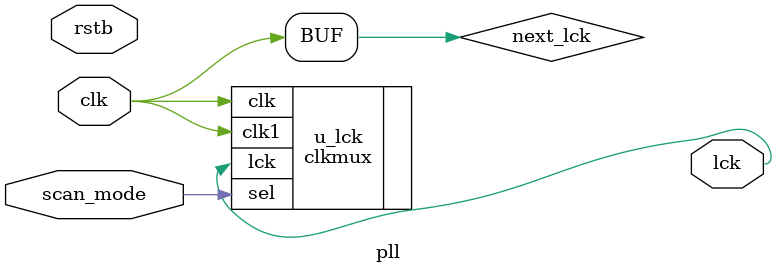
<source format=v>
`timescale 1ns/1ps


module pll 
(
  input scan_mode, 
  output lck, 
  input rstb, clk 
);

wire next_lck;

`ifdef SMIC55
wire        EN_PLL = rstb;         //Enable pll
wire        CKIN = clk;           //Reference clock
wire  [5:0] DIV_PRE = 6'd1;        //Pre-divider, 6'd0 is forbidden
wire  [7:0] DIV_LOOP = 8'd1;       //Loop-divider, 8'd0 is forbidden
wire  [5:0] DIV_OUT = 6'd1;        //Output-divider, 6'd0 is forbidden
wire  [2:0] SW_VCO = 3'd0;         //The VCO oscillating frequncy adjust signals
wire  [1:0] SW_ICP = 2'd0;         //The register used to controlling the current of charge pump
wire        SW_LP = 1'b0;          //Low power mode enable signal
wire        SW_LOCK = 1'd0;        //Low bypass signal for PLL lock detection
wire  [1:0] SW_VREG = 2'd0;        //Internal regulator output voltage control

//Digital pins output
wire       CLK_OUT;        //Output clock of PLL
//wire       CLK_HF;         //Output clock of VCO bypass DIV_OUT
wire       CLK_OUT_DIV4;   //Div4 Output clock of CLK_OUT
wire       LOCK;           //PLL lock signal

XRS55NEFLCLKPLL_LPMFC 
u_pll 
(
//Power
  //VCC12_PLL,      //1.2V
  //VDD12_PLL,      //1.2V
  //AGND1_PLL,      //1.2V
  //AGND2_PLL,      //1.2V
  //VSS12_PLL,      //1.2V
//Digital pins input
 . EN_PLL   ( EN_PLL   ),         //Enable pll
 . CKIN     ( CKIN     ),           //Reference clock
 . DIV_PRE  ( DIV_PRE  ),        //Pre-divider, 6'd0 is forbidden
 . DIV_LOOP ( DIV_LOOP ),       //Loop-divider, 8'd0 is forbidden
 . DIV_OUT  ( DIV_OUT  ),        //Output-divider, 6'd0 is forbidden
 . SW_VCO   ( SW_VCO   ),         //The VCO oscillating frequncy adjust signals
 . SW_ICP   ( SW_ICP   ),         //The register used to controlling the current of charge pump
 . SW_LP    ( SW_LP    ),          //Low power mode enable signal
 . SW_LOCK  ( SW_LOCK  ),        //Low bypass signal for PLL lock detection
 . SW_VREG  ( SW_VREG  ),        //Internal regulator output voltage control
//Digital pins output
 . CLK_OUT  ( CLK_OUT ),        //Output clock of PLL
//  CLK_HF,         //Output clock of VCO bypass DIV_OUT
 . CLK_OUT_DIV4 ( CLK_OUT_DIV4 ),   //Div4 Output clock of CLK_OUT
 . LOCK     ( LOCK )       //PLL lock signal
);

assign next_lck = CLK_OUT_DIV4;

`elsif SAED32
wire       REF_CLK = clk;
wire       FB_CLK = 1'b0;
wire       FB_MODE = 1'b0;
wire       PLL_BYPASS = 1'b0;


wire        CLK_4X,CLK_2X,CLK_1X;

PLL
u_pll 
(
  .REF_CLK(REF_CLK),
  .FB_CLK(FB_CLK),
  .FB_MODE(FB_MODE),
  .PLL_BYPASS(PLL_BYPASS),

  .CLK_4X(CLK_4X),
  .CLK_2X(CLK_2X),
  .CLK_1X(CLK_1X)
  );

assign next_lck = CLK_4X;
`elsif ALTERA
	wire [0:0] sub_wire2 = 1'h0;
	wire [4:0] sub_wire3;
	wire  sub_wire0 = clk;
	wire [1:0] sub_wire1 = {sub_wire2, sub_wire0};
	wire [0:0] sub_wire4 = sub_wire3[0:0];
	assign  next_lck = sub_wire4;

  altpll	altpll_component (
				.inclk (sub_wire1),
				.clk (sub_wire3),
				.activeclock (),
				.areset (1'b0),
				.clkbad (),
				.clkena ({6{1'b1}}),
				.clkloss (),
				.clkswitch (1'b0),
				.configupdate (1'b0),
				.enable0 (),
				.enable1 (),
				.extclk (),
				.extclkena ({4{1'b1}}),
				.fbin (1'b1),
				.fbmimicbidir (),
				.fbout (),
				.fref (),
				.icdrclk (),
				.locked (),
				.pfdena (1'b1),
				.phasecounterselect ({4{1'b1}}),
				.phasedone (),
				.phasestep (1'b1),
				.phaseupdown (1'b1),
				.pllena (1'b1),
				.scanaclr (1'b0),
				.scanclk (1'b0),
				.scanclkena (1'b1),
				.scandata (1'b0),
				.scandataout (),
				.scandone (),
				.scanread (1'b0),
				.scanwrite (1'b0),
				.sclkout0 (),
				.sclkout1 (),
				.vcooverrange (),
				.vcounderrange ());
	defparam
		altpll_component.bandwidth_type = "AUTO",
		altpll_component.clk0_duty_cycle = 50,
		altpll_component.clk0_multiply_by = 4,
		altpll_component.clk0_divide_by = 1,
		altpll_component.clk0_phase_shift = "0",
		altpll_component.compensate_clock = "CLK0",
		altpll_component.inclk0_input_frequency = 50000,
		altpll_component.intended_device_family = "Cyclone IV E",
		altpll_component.lpm_hint = "CBX_MODULE_PREFIX=altpll_50_1",
		altpll_component.lpm_type = "altpll",
		altpll_component.operation_mode = "NORMAL",
		altpll_component.pll_type = "AUTO",
		altpll_component.port_activeclock = "PORT_UNUSED",
		altpll_component.port_areset = "PORT_UNUSED",
		altpll_component.port_clkbad0 = "PORT_UNUSED",
		altpll_component.port_clkbad1 = "PORT_UNUSED",
		altpll_component.port_clkloss = "PORT_UNUSED",
		altpll_component.port_clkswitch = "PORT_UNUSED",
		altpll_component.port_configupdate = "PORT_UNUSED",
		altpll_component.port_fbin = "PORT_UNUSED",
		altpll_component.port_inclk0 = "PORT_USED",
		altpll_component.port_inclk1 = "PORT_UNUSED",
		altpll_component.port_locked = "PORT_UNUSED",
		altpll_component.port_pfdena = "PORT_UNUSED",
		altpll_component.port_phasecounterselect = "PORT_UNUSED",
		altpll_component.port_phasedone = "PORT_UNUSED",
		altpll_component.port_phasestep = "PORT_UNUSED",
		altpll_component.port_phaseupdown = "PORT_UNUSED",
		altpll_component.port_pllena = "PORT_UNUSED",
		altpll_component.port_scanaclr = "PORT_UNUSED",
		altpll_component.port_scanclk = "PORT_UNUSED",
		altpll_component.port_scanclkena = "PORT_UNUSED",
		altpll_component.port_scandata = "PORT_UNUSED",
		altpll_component.port_scandataout = "PORT_UNUSED",
		altpll_component.port_scandone = "PORT_UNUSED",
		altpll_component.port_scanread = "PORT_UNUSED",
		altpll_component.port_scanwrite = "PORT_UNUSED",
		altpll_component.port_clk0 = "PORT_USED",
		altpll_component.port_clk1 = "PORT_UNUSED",
		altpll_component.port_clk2 = "PORT_UNUSED",
		altpll_component.port_clk3 = "PORT_UNUSED",
		altpll_component.port_clk4 = "PORT_UNUSED",
		altpll_component.port_clk5 = "PORT_UNUSED",
		altpll_component.port_clkena0 = "PORT_UNUSED",
		altpll_component.port_clkena1 = "PORT_UNUSED",
		altpll_component.port_clkena2 = "PORT_UNUSED",
		altpll_component.port_clkena3 = "PORT_UNUSED",
		altpll_component.port_clkena4 = "PORT_UNUSED",
		altpll_component.port_clkena5 = "PORT_UNUSED",
		altpll_component.port_extclk0 = "PORT_UNUSED",
		altpll_component.port_extclk1 = "PORT_UNUSED",
		altpll_component.port_extclk2 = "PORT_UNUSED",
		altpll_component.port_extclk3 = "PORT_UNUSED",
		altpll_component.width_clock = 5;
`elsif XILINX
/*wire clkfb, locked;
wire clkfbout, clkfboutb_unused;
wire clkout0, clkout0b_unused;
wire clkout1, clkout1b_unused;
wire clkout2_unused, clkout2b_unused;
wire clkout3_unused, clkout3b_unused;
wire clkout4_unused, clkout5_unused, clkout6_unused;
wire locked, clkinstopped_unused, clkfbstopped_unused;
wire do_unused, drdy_unused, psdone_unused;
MMCME2_ADV #(
    .BANDWIDTH("OPTIMIZED"),
    .CLKOUT4_CASCADE("FALSE"),
    .COMPENSATION("ZHOLD"),
    .STARTUP_WAIT("FALSE"),
    .DIVCLK_DIVIDE(1),
    .CLKFBOUT_MULT_F(96.000),
    .CLKFBOUT_PHASE(0.000),
    .CLKFBOUT_USE_FINE_PS("FALSE"),
    .CLKOUT0_DIVIDE_F(50.000),
    .CLKOUT0_PHASE(0.000),
    .CLKOUT0_DUTY_CYCLE(0.500),
    .CLKOUT0_USE_FINE_PS("FALSE"),
    .CLKOUT1_DIVIDE(5),
    .CLKOUT1_PHASE(0.000),
    .CLKOUT1_DUTY_CYCLE(0.500),
    .CLKOUT1_USE_FINE_PS("FALSE"),
    .CLKIN1_PERIOD(6.666)  // ÊäÈëÊ±ÖÓÖÜÆÚ (150 MHz)
) pll_inst (
    .CLKFBOUT(clkfbout),
    .CLKFBOUTB(clkfboutb_unused),
    .CLKOUT0(),
    .CLKOUT0B(clkout0b_unused),
    .CLKOUT1(clkout1),
    .CLKOUT1B(clkout1b_unused),
    .CLKOUT2(clkout2_unused),
    .CLKOUT2B(clkout2b_unused),
    .CLKOUT3(clkout3_unused),
    .CLKOUT3B(clkout3b_unused),
    .CLKOUT4(clkout4_unused),
    .CLKOUT5(clkout5_unused),
    .CLKOUT6(clkout6_unused),
    .CLKFBIN(clkfbout),
    .CLKIN1(clk),
    .CLKIN2(1'b0),
    .CLKINSEL(1'b1),
    .DADDR(7'h0),
    .DCLK(1'b0),
    .DEN(1'b0),
    .DI(16'h0),
    .DO(do_unused),
    .DRDY(drdy_unused),
    .DWE(1'b0),
    .PSCLK(1'b0),
    .PSEN(1'b0),
    .PSINCDEC(1'b0),
    .PSDONE(psdone_unused),
    .LOCKED(locked),
    .CLKINSTOPPED(clkinstopped_unused),
    .CLKFBSTOPPED(clkfbstopped_unused),
    .PWRDWN(1'b0),
    .RST(rstb)
);
assign next_lck = clkout0;*/
assign next_lck = clk;

`elsif SIM
reg on, pll_clk;
initial pll_clk = 0;
always #2.5 pll_clk = ~(pll_clk && on);
always@(negedge rstb or posedge clk) begin
  if(~rstb) on <= 0;
  else on <= 1;
end
assign next_lck = pll_clk;
`else
assign next_lck = clk;
`endif

//assign lck = scan_mode ? clk : next_lck;
clkmux u_lck (.lck(lck), .sel(scan_mode), .clk1(clk), .clk(next_lck));

endmodule

</source>
